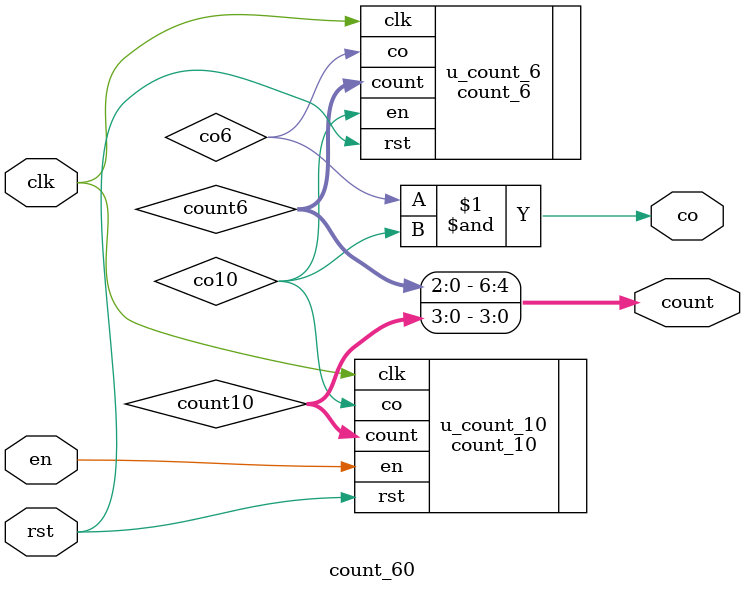
<source format=v>
module count_60(
    input wire rst,
    input wire clk,
    input wire en,
    output wire [6:0] count,
    output wire co
);
    wire[2:0] count6;
    wire[3:0] count10;
    wire co10,co6;
    
    count_10 u_count_10(
    	.rst   (rst   ),
        .clk   (clk   ),
        .en    (en    ),
        .count (count10 ),
        .co    (co10    )
    );
    
    count_6 u_count_6(
    	.rst   (rst   ),
        .clk   (clk   ),
        .en    (co10  ),
        .count (count6 ),
        .co    (co6    )
    );

and co(co,co6,co10); 
assign count = {count6,count10}; 

endmodule
</source>
